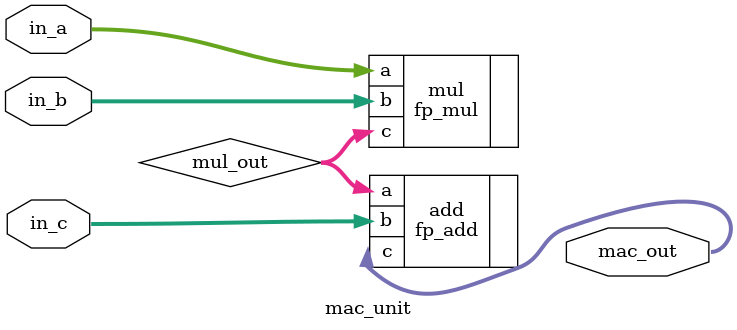
<source format=v>


	// Function : mac_out = in_a * in_b + in_c.  Work for FP16. Default FP16 are signed number

// `define PIPLINE

module mac_unit
(
`ifdef PIPLINE
	input            clk,
	input            rst_n,
`endif
	input     [15:0] in_a, // multiplier input1
	input     [15:0] in_b, // multiplier input2
	input     [15:0] in_c, // adder input2 ; adder input1 = in_a * in_b
	output    [15:0] mac_out
);

	wire [15:0] mul_out;

	fp_add add(
	`ifdef PIPLINE
		.clk   (clk    ),
		.rst_n (rst_n  ),
	`endif 
		.a     (mul_out),
		.b     ( in_c  ),
		.c     (mac_out)
	);


	fp_mul mul(
	`ifdef PIPLINE
		.clk   (clk    ),
		.rst_n (rst_n  ),
	`endif 
		.a     ( in_a  ),
		.b     ( in_b  ),
		.c     (mul_out)
	);

endmodule	

</source>
